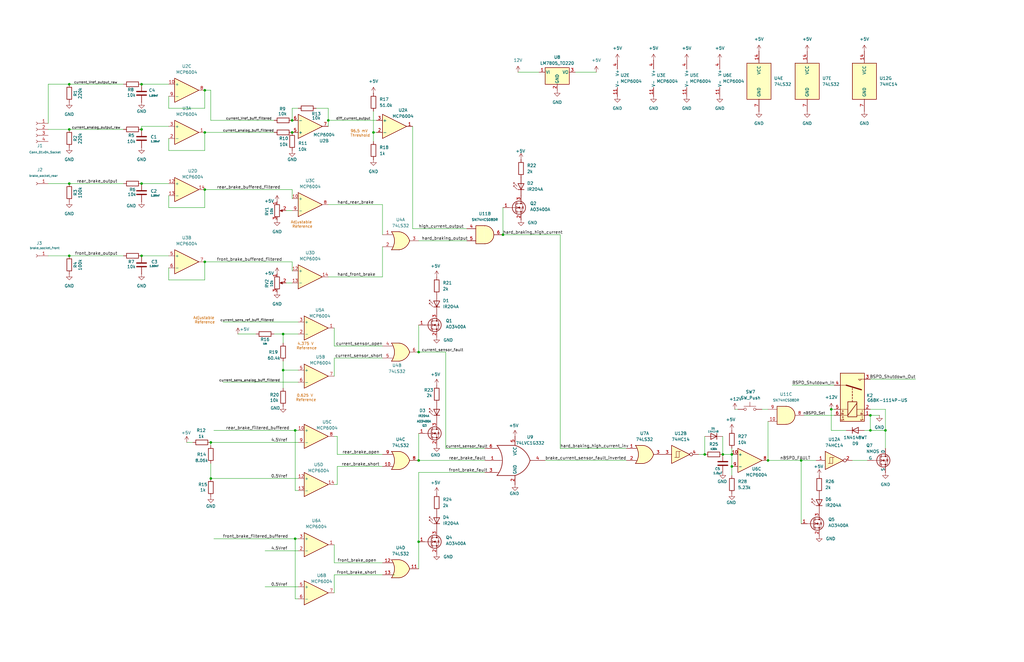
<source format=kicad_sch>
(kicad_sch (version 20250114) (generator "eeschema") (generator_version "9.0")
  (paper "B")
  (title_block (title "BSPD_Schematic"))
  (text "4.375 V \nReference\n\n" (at 129.286 147.066 0) (effects (font (size 1.143 1.143))))
  (text "0.625 V \nReference\n\n" (at 129.032 168.91 0) (effects (font (size 1.143 1.143))))
  (text "Adjustable \nReference\n\n" (at 86.36 136.144 0) (effects (font (size 1.143 1.143))))
  (text "Adjustable \nReference\n\n" (at 127.508 95.758 0) (effects (font (size 1.143 1.143))))
  (text "96.5 mV \nThreshold\n" (at 151.892 56.388 0) (effects (font (size 1.143 1.143))))
  (junction (at 176.53 194.31))
  (junction (at 88.9 201.93))
  (junction (at 308.61 196.85))
  (junction (at 119.38 156.21))
  (junction (at 176.53 148.59))
  (junction (at 297.18 191.77))
  (junction (at 88.9 186.69))
  (junction (at 367.03 175.26))
  (junction (at 176.53 228.6))
  (junction (at 29.21 107.95))
  (junction (at 124.46 227.33))
  (junction (at 59.69 77.47))
  (junction (at 123.19 55.88))
  (junction (at 337.82 194.31))
  (junction (at 323.85 194.31))
  (junction (at 212.09 99.06))
  (junction (at 373.38 181.61))
  (junction (at 59.69 35.56))
  (junction (at 138.43 50.8))
  (junction (at 86.36 110.49))
  (junction (at 119.38 140.97))
  (junction (at 86.36 38.1))
  (junction (at 367.03 181.61))
  (junction (at 29.21 35.56))
  (junction (at 304.8 191.77))
  (junction (at 157.48 55.88))
  (junction (at 123.19 50.8))
  (junction (at 29.21 54.61))
  (junction (at 29.21 77.47))
  (junction (at 59.69 54.61))
  (junction (at 86.36 55.88))
  (junction (at 124.46 181.61))
  (junction (at 350.52 172.72))
  (junction (at 59.69 107.95))
  (junction (at 308.61 191.77))
  (junction (at 86.36 80.01))
  (wire (pts (xy 161.29 146.05) (xy 140.97 146.05)))
  (wire (pts (xy 123.19 80.01) (xy 123.19 83.82)))
  (wire (pts (xy 157.48 46.99) (xy 157.48 55.88)))
  (wire (pts (xy 212.09 99.06) (xy 236.22 99.06)))
  (wire (pts (xy 176.53 137.16) (xy 176.53 148.59)))
  (wire (pts (xy 359.41 194.31) (xy 365.76 194.31)))
  (wire (pts (xy 71.12 113.03) (xy 71.12 118.11)))
  (wire (pts (xy 111.76 232.41) (xy 125.73 232.41)))
  (wire (pts (xy 309.88 172.72) (xy 311.15 172.72)))
  (wire (pts (xy 20.32 35.56) (xy 29.21 35.56)))
  (wire (pts (xy 140.97 158.75) (xy 140.97 151.13)))
  (wire (pts (xy 86.36 55.88) (xy 115.57 55.88)))
  (wire (pts (xy 59.69 53.34) (xy 71.12 53.34)))
  (wire (pts (xy 367.03 181.61) (xy 364.49 181.61)))
  (wire (pts (xy 140.97 184.15) (xy 142.24 184.15)))
  (wire (pts (xy 161.29 237.49) (xy 140.97 237.49)))
  (wire (pts (xy 142.24 204.47) (xy 140.97 204.47)))
  (wire (pts (xy 161.29 86.36) (xy 161.29 99.06)))
  (wire (pts (xy 124.46 207.01) (xy 125.73 207.01)))
  (wire (pts (xy 88.9 186.69) (xy 88.9 187.96)))
  (wire (pts (xy 212.09 87.63) (xy 212.09 99.06)))
  (wire (pts (xy 321.31 172.72) (xy 323.85 172.72)))
  (wire (pts (xy 138.43 50.8) (xy 158.75 50.8)))
  (wire (pts (xy 370.84 175.26) (xy 367.03 175.26)))
  (wire (pts (xy 308.61 191.77) (xy 308.61 196.85)))
  (wire (pts (xy 93.98 161.29) (xy 125.73 161.29)))
  (wire (pts (xy 173.99 53.34) (xy 173.99 96.52)))
  (wire (pts (xy 308.61 189.23) (xy 308.61 191.77)))
  (wire (pts (xy 308.61 196.85) (xy 308.61 200.66)))
  (wire (pts (xy 138.43 116.84) (xy 161.29 116.84)))
  (wire (pts (xy 120.65 88.9) (xy 123.19 88.9)))
  (wire (pts (xy 176.53 148.59) (xy 187.96 148.59)))
  (wire (pts (xy 86.36 45.72) (xy 86.36 38.1)))
  (wire (pts (xy 119.38 140.97) (xy 119.38 144.78)))
  (wire (pts (xy 176.53 199.39) (xy 176.53 228.6)))
  (wire (pts (xy 236.22 189.23) (xy 264.16 189.23)))
  (wire (pts (xy 59.69 54.61) (xy 59.69 53.34)))
  (wire (pts (xy 218.44 30.48) (xy 227.33 30.48)))
  (wire (pts (xy 297.18 184.15) (xy 297.18 191.77)))
  (wire (pts (xy 373.38 181.61) (xy 373.38 189.23)))
  (wire (pts (xy 86.36 55.88) (xy 86.36 63.5)))
  (wire (pts (xy 59.69 77.47) (xy 71.12 77.47)))
  (wire (pts (xy 351.79 175.26) (xy 339.09 175.26)))
  (wire (pts (xy 140.97 151.13) (xy 161.29 151.13)))
  (wire (pts (xy 334.01 162.56) (xy 351.79 162.56)))
  (wire (pts (xy 323.85 177.8) (xy 323.85 194.31)))
  (wire (pts (xy 157.48 55.88) (xy 158.75 55.88)))
  (wire (pts (xy 373.38 172.72) (xy 373.38 181.61)))
  (wire (pts (xy 337.82 194.31) (xy 344.17 194.31)))
  (wire (pts (xy 356.87 181.61) (xy 350.52 181.61)))
  (wire (pts (xy 29.21 35.56) (xy 52.07 35.56)))
  (wire (pts (xy 124.46 181.61) (xy 124.46 207.01)))
  (wire (pts (xy 373.38 181.61) (xy 367.03 181.61)))
  (wire (pts (xy 20.32 107.95) (xy 29.21 107.95)))
  (wire (pts (xy 119.38 156.21) (xy 125.73 156.21)))
  (wire (pts (xy 111.76 247.65) (xy 125.73 247.65)))
  (wire (pts (xy 86.36 80.01) (xy 123.19 80.01)))
  (wire (pts (xy 187.96 189.23) (xy 204.47 189.23)))
  (wire (pts (xy 304.8 191.77) (xy 308.61 191.77)))
  (wire (pts (xy 119.38 140.97) (xy 125.73 140.97)))
  (wire (pts (xy 125.73 45.72) (xy 123.19 45.72)))
  (wire (pts (xy 350.52 172.72) (xy 350.52 181.61)))
  (wire (pts (xy 115.57 140.97) (xy 119.38 140.97)))
  (wire (pts (xy 176.53 228.6) (xy 176.53 240.03)))
  (wire (pts (xy 304.8 184.15) (xy 304.8 191.77)))
  (wire (pts (xy 165.1 242.57) (xy 166.37 242.57)))
  (wire (pts (xy 71.12 87.63) (xy 86.36 87.63)))
  (wire (pts (xy 140.97 242.57) (xy 140.97 250.19)))
  (wire (pts (xy 119.38 152.4) (xy 119.38 156.21)))
  (wire (pts (xy 176.53 101.6) (xy 196.85 101.6)))
  (wire (pts (xy 140.97 242.57) (xy 161.29 242.57)))
  (wire (pts (xy 71.12 82.55) (xy 71.12 87.63)))
  (wire (pts (xy 138.43 45.72) (xy 133.35 45.72)))
  (wire (pts (xy 142.24 184.15) (xy 142.24 191.77)))
  (wire (pts (xy 123.19 45.72) (xy 123.19 50.8)))
  (wire (pts (xy 337.82 194.31) (xy 337.82 220.98)))
  (wire (pts (xy 323.85 194.31) (xy 337.82 194.31)))
  (wire (pts (xy 29.21 54.61) (xy 52.07 54.61)))
  (wire (pts (xy 142.24 196.85) (xy 161.29 196.85)))
  (wire (pts (xy 173.99 96.52) (xy 196.85 96.52)))
  (wire (pts (xy 88.9 50.8) (xy 88.9 38.1)))
  (wire (pts (xy 71.12 118.11) (xy 86.36 118.11)))
  (wire (pts (xy 161.29 116.84) (xy 161.29 104.14)))
  (wire (pts (xy 120.65 119.38) (xy 123.19 119.38)))
  (wire (pts (xy 20.32 35.56) (xy 20.32 52.07)))
  (wire (pts (xy 157.48 55.88) (xy 157.48 59.69)))
  (wire (pts (xy 90.17 227.33) (xy 124.46 227.33)))
  (wire (pts (xy 86.36 110.49) (xy 86.36 118.11)))
  (wire (pts (xy 229.87 194.31) (xy 264.16 194.31)))
  (wire (pts (xy 29.21 107.95) (xy 52.07 107.95)))
  (wire (pts (xy 71.12 45.72) (xy 86.36 45.72)))
  (wire (pts (xy 140.97 146.05) (xy 140.97 138.43)))
  (wire (pts (xy 88.9 186.69) (xy 125.73 186.69)))
  (wire (pts (xy 88.9 201.93) (xy 125.73 201.93)))
  (wire (pts (xy 20.32 54.61) (xy 29.21 54.61)))
  (wire (pts (xy 373.38 172.72) (xy 367.03 172.72)))
  (wire (pts (xy 93.98 135.89) (xy 125.73 135.89)))
  (wire (pts (xy 86.36 38.1) (xy 88.9 38.1)))
  (wire (pts (xy 86.36 80.01) (xy 86.36 87.63)))
  (wire (pts (xy 138.43 50.8) (xy 138.43 45.72)))
  (wire (pts (xy 71.12 58.42) (xy 71.12 63.5)))
  (wire (pts (xy 350.52 172.72) (xy 351.79 172.72)))
  (wire (pts (xy 176.53 199.39) (xy 204.47 199.39)))
  (wire (pts (xy 367.03 175.26) (xy 367.03 181.61)))
  (wire (pts (xy 124.46 181.61) (xy 125.73 181.61)))
  (wire (pts (xy 78.74 186.69) (xy 81.28 186.69)))
  (wire (pts (xy 236.22 99.06) (xy 236.22 189.23)))
  (wire (pts (xy 90.17 181.61) (xy 124.46 181.61)))
  (wire (pts (xy 71.12 40.64) (xy 71.12 45.72)))
  (wire (pts (xy 59.69 107.95) (xy 71.12 107.95)))
  (wire (pts (xy 138.43 86.36) (xy 161.29 86.36)))
  (wire (pts (xy 176.53 194.31) (xy 176.53 182.88)))
  (wire (pts (xy 88.9 50.8) (xy 115.57 50.8)))
  (wire (pts (xy 100.33 140.97) (xy 107.95 140.97)))
  (wire (pts (xy 29.21 77.47) (xy 52.07 77.47)))
  (wire (pts (xy 242.57 30.48) (xy 251.46 30.48)))
  (wire (pts (xy 161.29 191.77) (xy 142.24 191.77)))
  (wire (pts (xy 187.96 148.59) (xy 187.96 189.23)))
  (wire (pts (xy 124.46 227.33) (xy 124.46 252.73)))
  (wire (pts (xy 142.24 196.85) (xy 142.24 204.47)))
  (wire (pts (xy 86.36 110.49) (xy 123.19 110.49)))
  (wire (pts (xy 123.19 110.49) (xy 123.19 114.3)))
  (wire (pts (xy 294.64 191.77) (xy 297.18 191.77)))
  (wire (pts (xy 140.97 229.87) (xy 140.97 237.49)))
  (wire (pts (xy 71.12 63.5) (xy 86.36 63.5)))
  (wire (pts (xy 386.08 160.02) (xy 367.03 160.02)))
  (wire (pts (xy 138.43 50.8) (xy 138.43 53.34)))
  (wire (pts (xy 59.69 35.56) (xy 71.12 35.56)))
  (wire (pts (xy 88.9 195.58) (xy 88.9 201.93)))
  (wire (pts (xy 20.32 77.47) (xy 29.21 77.47)))
  (wire (pts (xy 176.53 194.31) (xy 204.47 194.31)))
  (wire (pts (xy 124.46 227.33) (xy 125.73 227.33)))
  (wire (pts (xy 119.38 156.21) (xy 119.38 163.83)))
  (wire (pts (xy 124.46 252.73) (xy 125.73 252.73)))
  (label "front_brake_short" (at 158.75 242.57 180))
  (label "nBSPD_Set" (at 347.98 175.26 180) (effects (font (size 1.143 1.143))))
  (label "front_brake_fault" (at 189.23 199.39 0))
  (label "4.5Vref" (at 114.3 186.69 0))
  (label "nBSPD_FAULT" (at 328.93 194.31 0))
  (label "hard_front_brake" (at 142.24 116.84 0))
  (label "current_analog_output_raw" (at 50.8 54.61 180) (effects (font (size 1.016 1.016))))
  (label "current_sens_analog_buff_filtered" (at 118.11 161.29 180) (effects (font (size 1.016 1.016))))
  (label "rear_brake_filtered_buffered" (at 95.25 181.61 0))
  (label "brake_current_sensor_fault_inverted" (at 229.87 194.31 0))
  (label "hard_braking_high_current_inv" (at 236.22 189.23 0))
  (label "rear_brake_fault" (at 189.23 194.31 0))
  (label "current_sensor_fault" (at 187.96 189.23 0) (effects (font (size 1.143 1.143))))
  (label "current_Vref_output_raw" (at 49.53 35.56 180) (effects (font (size 1.016 1.016))))
  (label "BSPD_Shutdown_Out" (at 386.08 160.02 180))
  (label "rear_brake_short" (at 160.02 196.85 180))
  (label "current_sensor_open" (at 161.29 146.05 180))
  (label "4.5Vref" (at 114.3 232.41 0))
  (label "current_sensor_short" (at 161.29 151.13 180))
  (label "current_sensor_fault" (at 177.8 148.59 0) (effects (font (size 1.143 1.143))))
  (label "diff_current_output" (at 156.21 50.8 180) (effects (font (size 1.016 1.016))))
  (label "rear_brake_open" (at 160.02 191.77 180))
  (label "hard_rear_brake" (at 142.24 86.36 0))
  (label "hard_braking_output" (at 177.8 101.6 0))
  (label "current_sens_ref_buff_filtered" (at 115.57 135.89 180) (effects (font (size 1.016 1.016))))
  (label "BSPD_Shutdown_In" (at 334.01 162.56 0))
  (label "rear_brake_buffered_filtered" (at 91.44 80.01 0))
  (label "current_Vref_buff_filtered" (at 95.25 50.8 0) (effects (font (size 1.016 1.016))))
  (label "current_analog_buff_filtered" (at 93.98 55.88 0) (effects (font (size 1.016 1.016))))
  (label "hard_braking_high_current" (at 212.09 99.06 0))
  (label "rear_brake_output" (at 49.53 77.47 180))
  (label "0.5Vref" (at 114.3 247.65 0))
  (label "0.5Vref" (at 114.3 201.93 0))
  (label "front_brake_open" (at 158.75 237.49 180))
  (label "front_brake_filtered_buffered" (at 93.98 227.33 0))
  (label "high_current_output" (at 176.53 96.52 0))
  (label "front_brake_buffered_filtered" (at 91.44 110.49 0))
  (label "front_brake_output" (at 49.53 107.95 180))
  (symbol (lib_id "power:GND") (at 364.49 46.99 0) (unit 1)
    (property "Reference" "#PWR036" (effects (hide yes)))
    (property "Value" "GND" (at 364.49 52.07 0))
    (property "Description" "Power symbol creates a global label with name \"GND\" , ground" (effects (hide yes)))
  )
  (symbol (lib_id "power:GND") (at 123.19 63.5 0) (unit 1)
    (property "Reference" "#PWR014" (effects (hide yes)))
    (property "Value" "GND" (at 123.19 67.31 0))
    (property "Description" "Power symbol creates a global label with name \"GND\" , ground" (effects (hide yes)))
  )
  (symbol (lib_id "Device:R") (at 119.38 55.88 90) (unit 1)
    (property "Reference" "R10" (at 119.634 58.42 90))
    (property "Value" "10k" (at 119.634 60.96 90))
    (property "Description" "Resistor" (effects (hide yes)))
  )
  (symbol (lib_id "power:+5V") (at 308.61 181.61 0) (unit 1)
    (property "Reference" "#PWR050" (effects (hide yes)))
    (property "Value" "+5V" (at 308.102 177.038 0))
    (property "Description" "Power symbol creates a global label with name \"+5V\"" (effects (hide yes)))
  )
  (symbol (lib_id "power:+5V") (at 251.46 30.48 0) (unit 1)
    (property "Reference" "#PWR032" (effects (hide yes)))
    (property "Value" "+5V" (at 251.46 25.4 0))
    (property "Description" "Power symbol creates a global label with name \"+5V\"" (effects (hide yes)))
  )
  (symbol (lib_id "Device:R") (at 345.44 204.47 180) (unit 1)
    (property "Reference" "R26" (at 347.98 203.1999 0) (effects (justify right)))
    (property "Value" "2k" (at 347.98 205.7399 0) (effects (justify right)))
    (property "Description" "Resistor" (effects (hide yes)))
  )
  (symbol (lib_id "power:GND") (at 340.36 46.99 0) (unit 1)
    (property "Reference" "#PWR021" (effects (hide yes)))
    (property "Value" "GND" (at 340.36 52.07 0))
    (property "Description" "Power symbol creates a global label with name \"GND\" , ground" (effects (hide yes)))
  )
  (symbol (lib_id "Device:C") (at 59.69 39.37 0) (unit 1)
    (property "Reference" "C4" (at 62.738 38.1 0) (effects (justify left)))
    (property "Value" "1.59nF" (at 62.738 40.386 0) (effects (font (size 0.762 0.762)) (justify left)))
    (property "Description" "Unpolarized capacitor" (effects (hide yes)))
  )
  (symbol (lib_id "power:+5V") (at 184.15 208.28 0) (unit 1)
    (property "Reference" "#PWR029" (effects (hide yes)))
    (property "Value" "+5V" (at 183.642 203.708 0))
    (property "Description" "Power symbol creates a global label with name \"+5V\"" (effects (hide yes)))
  )
  (symbol (lib_id "Amplifier_Operational:MCP6004") (at 133.35 229.87 0) (unit 1)
    (property "Reference" "U6" (at 133.35 219.71 0))
    (property "Value" "MCP6004" (at 133.35 222.25 0))
    (property "Datasheet" "http://ww1.microchip.com/downloads/en/DeviceDoc/21733j.pdf" (effects (hide yes)))
    (property "Description" "1MHz, Low-Power Op Amp, DIP-14/SOIC-14/TSSOP-14" (effects (hide yes)))
  )
  (symbol (lib_id "Amplifier_Operational:MCP6004") (at 133.35 250.19 0) (unit 2)
    (property "Reference" "U6" (at 135.636 242.824 0))
    (property "Value" "MCP6004" (at 135.636 245.364 0))
    (property "Datasheet" "http://ww1.microchip.com/downloads/en/DeviceDoc/21733j.pdf" (effects (hide yes)))
    (property "Description" "1MHz, Low-Power Op Amp, DIP-14/SOIC-14/TSSOP-14" (effects (hide yes)))
  )
  (symbol (lib_id "Device:C") (at 304.8 195.58 0) (unit 1)
    (property "Reference" "C5" (at 301.498 197.866 0) (effects (font (size 1.016 1.016)) (justify left)))
    (property "Value" "1.0μF" (at 300.736 199.644 0) (effects (font (size 0.889 0.889)) (justify left)))
    (property "Description" "Unpolarized capacitor" (effects (hide yes)))
  )
  (symbol (lib_id "power:+5V") (at 289.56 25.4 0) (unit 1)
    (property "Reference" "#PWR048" (effects (hide yes)))
    (property "Value" "+5V" (at 289.56 20.32 0))
    (property "Description" "Power symbol creates a global label with name \"+5V\"" (effects (hide yes)))
  )
  (symbol (lib_id "Device:R") (at 184.15 120.65 180) (unit 1)
    (property "Reference" "R21" (at 186.69 119.3799 0) (effects (justify right)))
    (property "Value" "2k" (at 186.69 121.9199 0) (effects (justify right)))
    (property "Description" "Resistor" (effects (hide yes)))
  )
  (symbol (lib_id "power:GND") (at 116.84 123.19 0) (unit 1)
    (property "Reference" "#PWR012" (effects (hide yes)))
    (property "Value" "GND" (at 116.84 128.27 0))
    (property "Description" "Power symbol creates a global label with name \"GND\" , ground" (effects (hide yes)))
  )
  (symbol (lib_id "74xx:74HC14") (at 351.79 194.31 0) (unit 1)
    (property "Reference" "U12" (at 351.79 185.42 0))
    (property "Value" "74HC14" (at 351.79 187.96 0))
    (property "Datasheet" "http://www.ti.com/lit/gpn/sn74HC14" (effects (hide yes)))
    (property "Description" "Hex inverter schmitt trigger" (effects (hide yes)))
  )
  (symbol (lib_id "74xx:74HC14") (at 364.49 34.29 0) (unit 7)
    (property "Reference" "U12" (at 370.84 33.0199 0) (effects (justify left)))
    (property "Value" "74HC14" (at 370.84 35.5599 0) (effects (justify left)))
    (property "Datasheet" "http://www.ti.com/lit/gpn/sn74HC14" (effects (hide yes)))
    (property "Description" "Hex inverter schmitt trigger" (effects (hide yes)))
  )
  (symbol (lib_id "74xx:74HC14") (at 287.02 191.77 0) (unit 2)
    (property "Reference" "U12" (at 287.02 182.88 0))
    (property "Value" "74HC14" (at 287.02 185.42 0))
    (property "Datasheet" "http://www.ti.com/lit/gpn/sn74HC14" (effects (hide yes)))
    (property "Description" "Hex inverter schmitt trigger" (effects (hide yes)))
  )
  (symbol (lib_id "Device:R_Potentiometer") (at 116.84 88.9 0) (unit 1)
    (property "Reference" "RV1" (at 112.522 89.154 90))
    (property "Value" "10k" (at 114.554 89.154 90) (effects (font (size 1.016 1.016))))
    (property "Description" "Potentiometer" (effects (hide yes)))
  )
  (symbol (lib_id "LED:IR204A") (at 184.15 127 90) (unit 1)
    (property "Reference" "D1" (at 186.69 126.8729 90) (effects (justify right)))
    (property "Value" "IR204A" (at 186.69 129.4129 90) (effects (justify right)))
    (property "Footprint" "LED_THT:LED_D3.0mm_IRBlack" (effects (hide yes)))
    (property "Datasheet" "http://www.everlight.com/file/ProductFile/IR204-A.pdf" (effects (hide yes)))
    (property "Description" "Infrared LED , 3mm LED package" (effects (hide yes)))
  )
  (symbol (lib_id "power:GND") (at 260.35 40.64 0) (unit 1)
    (property "Reference" "#PWR042" (effects (hide yes)))
    (property "Value" "GND" (at 260.35 45.72 0))
    (property "Description" "Power symbol creates a global label with name \"GND\" , ground" (effects (hide yes)))
  )
  (symbol (lib_id "power:GND") (at 184.15 142.24 0) (unit 1)
    (property "Reference" "#PWR024" (effects (hide yes)))
    (property "Value" "GND" (at 188.976 143.51 0))
    (property "Description" "Power symbol creates a global label with name \"GND\" , ground" (effects (hide yes)))
  )
  (symbol (lib_id "power:+5V") (at 275.59 25.4 0) (unit 1)
    (property "Reference" "#PWR043" (effects (hide yes)))
    (property "Value" "+5V" (at 275.59 20.32 0))
    (property "Description" "Power symbol creates a global label with name \"+5V\"" (effects (hide yes)))
  )
  (symbol (lib_id "Device:R") (at 184.15 166.37 180) (unit 1)
    (property "Reference" "R23" (at 178.816 164.592 0) (effects (justify right)))
    (property "Value" "2k" (at 179.832 166.878 0) (effects (justify right)))
    (property "Description" "Resistor" (effects (hide yes)))
  )
  (symbol (lib_id "power:GND") (at 29.21 115.57 0) (unit 1)
    (property "Reference" "#PWR04" (effects (hide yes)))
    (property "Value" "GND" (at 29.21 120.65 0))
    (property "Description" "Power symbol creates a global label with name \"GND\" , ground" (effects (hide yes)))
  )
  (symbol (lib_id "Device:R") (at 29.21 81.28 180) (unit 1)
    (property "Reference" "R3" (at 31.75 81.28 90))
    (property "Value" "100k" (at 33.782 81.28 90))
    (property "Description" "Resistor" (effects (hide yes)))
  )
  (symbol (lib_id "power:GND") (at 345.44 226.06 0) (unit 1)
    (property "Reference" "#PWR046" (effects (hide yes)))
    (property "Value" "GND" (at 350.266 227.33 0))
    (property "Description" "Power symbol creates a global label with name \"GND\" , ground" (effects (hide yes)))
  )
  (symbol (lib_id "Transistor_FET:AO3400A") (at 181.61 137.16 0) (unit 1)
    (property "Reference" "Q1" (at 187.96 135.382 0) (effects (justify left)))
    (property "Value" "AO3400A" (at 187.96 137.922 0) (effects (justify left)))
    (property "Footprint" "Package_TO_SOT_SMD:SOT-23" (effects (hide yes)))
    (property "Datasheet" "http://www.aosmd.com/pdfs/datasheet/AO3400A.pdf" (effects (hide yes)))
    (property "Description" "30V Vds, 5.7A Id, N-Channel MOSFET, SOT-23" (effects (hide yes)))
  )
  (symbol (lib_id "Device:R") (at 184.15 212.09 180) (unit 1)
    (property "Reference" "R24" (at 186.69 210.8199 0) (effects (justify right)))
    (property "Value" "2k" (at 186.69 213.3599 0) (effects (justify right)))
    (property "Description" "Resistor" (effects (hide yes)))
  )
  (symbol (lib_id "power:+5V") (at 303.53 25.4 0) (unit 1)
    (property "Reference" "#PWR052" (effects (hide yes)))
    (property "Value" "+5V" (at 303.53 20.32 0))
    (property "Description" "Power symbol creates a global label with name \"+5V\"" (effects (hide yes)))
  )
  (symbol (lib_id "power:+5V") (at 217.17 184.15 0) (unit 1)
    (property "Reference" "#PWR033" (effects (hide yes)))
    (property "Value" "+5V" (at 216.662 179.578 0))
    (property "Description" "Power symbol creates a global label with name \"+5V\"" (effects (hide yes)))
  )
  (symbol (lib_id "power:GND") (at 29.21 85.09 0) (unit 1)
    (property "Reference" "#PWR03" (effects (hide yes)))
    (property "Value" "GND" (at 29.21 90.17 0))
    (property "Description" "Power symbol creates a global label with name \"GND\" , ground" (effects (hide yes)))
  )
  (symbol (lib_id "Device:R") (at 308.61 185.42 180) (unit 1)
    (property "Reference" "R27" (at 311.15 184.1499 0) (effects (justify right)))
    (property "Value" "10k" (at 311.15 186.6899 0) (effects (justify right)))
    (property "Description" "Resistor" (effects (hide yes)))
  )
  (symbol (lib_id "power:GND") (at 217.17 204.47 0) (unit 1)
    (property "Reference" "#PWR034" (effects (hide yes)))
    (property "Value" "GND" (at 216.916 208.28 0))
    (property "Description" "Power symbol creates a global label with name \"GND\" , ground" (effects (hide yes)))
  )
  (symbol (lib_id "power:+5V") (at 116.84 115.57 0) (unit 1)
    (property "Reference" "#PWR011" (effects (hide yes)))
    (property "Value" "+5V" (at 113.538 115.316 0))
    (property "Description" "Power symbol creates a global label with name \"+5V\"" (effects (hide yes)))
  )
  (symbol (lib_id "Device:R") (at 88.9 205.74 0) (unit 1)
    (property "Reference" "R15" (at 83.566 204.47 0) (effects (justify left)))
    (property "Value" "1k" (at 84.328 206.756 0) (effects (justify left)))
    (property "Description" "Resistor" (effects (hide yes)))
  )
  (symbol (lib_id "Diode:1N4148WT") (at 360.68 181.61 0) (unit 1)
    (property "Reference" "D9" (at 360.68 187.198 0))
    (property "Value" "1N4148WT" (at 360.68 184.658 0))
    (property "Footprint" "Diode_SMD:D_SOD-523" (effects (hide yes)))
    (property "Datasheet" "https://www.diodes.com/assets/Datasheets/ds30396.pdf" (effects (hide yes)))
    (property "Description" "75V 0.15A Fast switching Diode, SOD-523" (effects (hide yes)))
    (property "Sim.Device" "D" (effects (hide yes)))
    (property "Sim.Pins" "1=K 2=A" (effects (hide yes)))
  )
  (symbol (lib_id "power:+5V") (at 345.44 200.66 0) (unit 1)
    (property "Reference" "#PWR045" (effects (hide yes)))
    (property "Value" "+5V" (at 345.186 196.85 0))
    (property "Description" "Power symbol creates a global label with name \"+5V\"" (effects (hide yes)))
  )
  (symbol (lib_id "power:GND") (at 59.69 115.57 0) (unit 1)
    (property "Reference" "#PWR07" (effects (hide yes)))
    (property "Value" "GND" (at 59.69 120.65 0))
    (property "Description" "Power symbol creates a global label with name \"GND\" , ground" (effects (hide yes)))
  )
  (symbol (lib_id "Device:R") (at 29.21 111.76 180) (unit 1)
    (property "Reference" "R4" (at 31.75 111.76 90))
    (property "Value" "100k" (at 33.782 111.76 90))
    (property "Description" "Resistor" (effects (hide yes)))
  )
  (symbol (lib_id "power:+5V") (at 100.33 140.97 0) (unit 1)
    (property "Reference" "#PWR016" (effects (hide yes)))
    (property "Value" "+5V" (at 103.124 138.938 0))
    (property "Description" "Power symbol creates a global label with name \"+5V\"" (effects (hide yes)))
  )
  (symbol (lib_id "1FS_2_Global_Symbol_Library:G6BK-1114P-US") (at 359.41 163.83 0) (mirror x) (unit 1)
    (property "Reference" "K2" (at 366.776 166.878 0))
    (property "Value" "G6BK-1114P-US" (at 374.142 168.91 0))
    (property "Footprint" "FS_3_Global_Footprint_Library:RELAY_G6BK-1114P-US_OMR" (effects (hide yes)))
    (property "Description" "Omron G6BK-1114P-US Latching Relay." (effects (hide yes)))
  )
  (symbol (lib_id "power:+5V") (at 116.84 85.09 0) (unit 1)
    (property "Reference" "#PWR09" (effects (hide yes)))
    (property "Value" "+5V" (at 113.538 84.836 0))
    (property "Description" "Power symbol creates a global label with name \"+5V\"" (effects (hide yes)))
  )
  (symbol (lib_id "power:GND") (at 119.38 171.45 0) (unit 1)
    (property "Reference" "#PWR019" (effects (hide yes)))
    (property "Value" "GND" (at 116.078 172.212 0))
    (property "Description" "Power symbol creates a global label with name \"GND\" , ground" (effects (hide yes)))
  )
  (symbol (lib_id "power:GND") (at 88.9 209.55 0) (unit 1)
    (property "Reference" "#PWR015" (effects (hide yes)))
    (property "Value" "GND" (at 88.9 213.614 0))
    (property "Description" "Power symbol creates a global label with name \"GND\" , ground" (effects (hide yes)))
  )
  (symbol (lib_id "Device:R") (at 308.61 204.47 180) (unit 1)
    (property "Reference" "R28" (at 311.15 203.1999 0) (effects (justify right)))
    (property "Value" "5.23k" (at 311.15 205.7399 0) (effects (justify right)))
    (property "Description" "Resistor" (effects (hide yes)))
  )
  (symbol (lib_id "power:GND") (at 308.61 208.28 0) (unit 1)
    (property "Reference" "#PWR051" (effects (hide yes)))
    (property "Value" "GND" (at 308.356 212.09 0))
    (property "Description" "Power symbol creates a global label with name \"GND\" , ground" (effects (hide yes)))
  )
  (symbol (lib_id "Device:R") (at 123.19 59.69 180) (unit 1)
    (property "Reference" "R11" (at 125.73 60.452 0) (effects (justify right)))
    (property "Value" "10k" (at 125.73 62.992 0) (effects (justify right)))
    (property "Description" "Resistor" (effects (hide yes)))
  )
  (symbol (lib_id "Transistor_FET:AO3400A") (at 217.17 87.63 0) (unit 1)
    (property "Reference" "Q2" (at 223.52 85.852 0) (effects (justify left)))
    (property "Value" "AO3400A" (at 223.52 88.392 0) (effects (justify left)))
    (property "Footprint" "Package_TO_SOT_SMD:SOT-23" (effects (hide yes)))
    (property "Datasheet" "http://www.aosmd.com/pdfs/datasheet/AO3400A.pdf" (effects (hide yes)))
    (property "Description" "30V Vds, 5.7A Id, N-Channel MOSFET, SOT-23" (effects (hide yes)))
  )
  (symbol (lib_id "Device:R") (at 157.48 43.18 180) (unit 1)
    (property "Reference" "R17" (at 160.02 41.9099 0) (effects (justify right)))
    (property "Value" "51.0k" (at 160.02 44.4499 0) (effects (justify right)))
    (property "Description" "Resistor" (effects (hide yes)))
  )
  (symbol (lib_id "power:GND") (at 29.21 62.23 0) (unit 1)
    (property "Reference" "#PWR02" (effects (hide yes)))
    (property "Value" "GND" (at 29.21 67.31 0))
    (property "Description" "Power symbol creates a global label with name \"GND\" , ground" (effects (hide yes)))
  )
  (symbol (lib_id "power:GND") (at 234.95 38.1 0) (unit 1)
    (property "Reference" "#PWR031" (effects (hide yes)))
    (property "Value" "GND" (at 234.95 43.18 0))
    (property "Description" "Power symbol creates a global label with name \"GND\" , ground" (effects (hide yes)))
  )
  (symbol (lib_id "Connector:Conn_01x01_Socket") (at 15.24 107.95 0) (mirror y) (unit 1)
    (property "Reference" "J3" (at 17.78 102.616 0) (effects (justify left)))
    (property "Value" "brake_socket_front" (at 25.146 104.648 0) (effects (font (size 0.889 0.889)) (justify left)))
    (property "Description" "Generic connector, single row, 01x01, script generated" (effects (hide yes)))
  )
  (symbol (lib_id "Amplifier_Operational:MCP6004") (at 316.23 194.31 0) (unit 3)
    (property "Reference" "U6" (at 319.024 197.866 0))
    (property "Value" "MCP6004" (at 319.024 200.406 0))
    (property "Datasheet" "http://ww1.microchip.com/downloads/en/DeviceDoc/21733j.pdf" (effects (hide yes)))
    (property "Description" "1MHz, Low-Power Op Amp, DIP-14/SOIC-14/TSSOP-14" (effects (hide yes)))
  )
  (symbol (lib_id "Device:R") (at 219.71 71.12 180) (unit 1)
    (property "Reference" "R22" (at 222.25 69.8499 0) (effects (justify right)))
    (property "Value" "2k" (at 222.25 72.3899 0) (effects (justify right)))
    (property "Description" "Resistor" (effects (hide yes)))
  )
  (symbol (lib_id "Switch:SW_Push") (at 316.23 172.72 0) (mirror y) (unit 1)
    (property "Reference" "SW7" (at 316.484 165.354 0))
    (property "Value" "SW_Push" (at 316.484 167.894 0))
    (property "Description" "Push button switch, generic, two pins" (effects (hide yes)))
  )
  (symbol (lib_id "power:GND") (at 59.69 85.09 0) (unit 1)
    (property "Reference" "#PWR06" (effects (hide yes)))
    (property "Value" "GND" (at 55.372 86.868 0))
    (property "Description" "Power symbol creates a global label with name \"GND\" , ground" (effects (hide yes)))
  )
  (symbol (lib_id "power:GND") (at 275.59 40.64 0) (unit 1)
    (property "Reference" "#PWR044" (effects (hide yes)))
    (property "Value" "GND" (at 275.59 45.72 0))
    (property "Description" "Power symbol creates a global label with name \"GND\" , ground" (effects (hide yes)))
  )
  (symbol (lib_id "LED:IR204A") (at 345.44 210.82 90) (unit 1)
    (property "Reference" "D6" (at 347.98 210.6929 90) (effects (justify right)))
    (property "Value" "IR204A" (at 347.98 213.2329 90) (effects (justify right)))
    (property "Footprint" "LED_THT:LED_D3.0mm_IRBlack" (effects (hide yes)))
    (property "Datasheet" "http://www.everlight.com/file/ProductFile/IR204-A.pdf" (effects (hide yes)))
    (property "Description" "Infrared LED , 3mm LED package" (effects (hide yes)))
  )
  (symbol (lib_id "LED:IR204A") (at 219.71 77.47 90) (unit 1)
    (property "Reference" "D2" (at 222.25 77.3429 90) (effects (justify right)))
    (property "Value" "IR204A" (at 222.25 79.8829 90) (effects (justify right)))
    (property "Footprint" "LED_THT:LED_D3.0mm_IRBlack" (effects (hide yes)))
    (property "Datasheet" "http://www.everlight.com/file/ProductFile/IR204-A.pdf" (effects (hide yes)))
    (property "Description" "Infrared LED , 3mm LED package" (effects (hide yes)))
  )
  (symbol (lib_id "Device:C") (at 59.69 81.28 0) (unit 1)
    (property "Reference" "C2" (at 63.5 80.6449 0) (effects (justify left)))
    (property "Value" "1.59nF" (at 63.5 82.55 0) (effects (font (size 0.762 0.762)) (justify left)))
    (property "Description" "Unpolarized capacitor" (effects (hide yes)))
  )
  (symbol (lib_id "Transistor_FET:AO3400A") (at 181.61 228.6 0) (unit 1)
    (property "Reference" "Q4" (at 187.96 226.822 0) (effects (justify left)))
    (property "Value" "AO3400A" (at 187.96 229.362 0) (effects (justify left)))
    (property "Footprint" "Package_TO_SOT_SMD:SOT-23" (effects (hide yes)))
    (property "Datasheet" "http://www.aosmd.com/pdfs/datasheet/AO3400A.pdf" (effects (hide yes)))
    (property "Description" "30V Vds, 5.7A Id, N-Channel MOSFET, SOT-23" (effects (hide yes)))
  )
  (symbol (lib_id "power:GND") (at 59.69 62.23 0) (unit 1)
    (property "Reference" "#PWR05" (effects (hide yes)))
    (property "Value" "GND" (at 59.69 67.31 0))
    (property "Description" "Power symbol creates a global label with name \"GND\" , ground" (effects (hide yes)))
  )
  (symbol (lib_id "power:+5V") (at 184.15 116.84 0) (unit 1)
    (property "Reference" "#PWR023" (effects (hide yes)))
    (property "Value" "+5V" (at 183.642 112.268 0))
    (property "Description" "Power symbol creates a global label with name \"+5V\"" (effects (hide yes)))
  )
  (symbol (lib_id "LED:IR204A") (at 184.15 218.44 90) (unit 1)
    (property "Reference" "D4" (at 186.69 218.3129 90) (effects (justify right)))
    (property "Value" "IR204A" (at 186.69 220.8529 90) (effects (justify right)))
    (property "Footprint" "LED_THT:LED_D3.0mm_IRBlack" (effects (hide yes)))
    (property "Datasheet" "http://www.everlight.com/file/ProductFile/IR204-A.pdf" (effects (hide yes)))
    (property "Description" "Infrared LED , 3mm LED package" (effects (hide yes)))
  )
  (symbol (lib_id "power:+BATT") (at 218.44 30.48 0) (unit 1)
    (property "Reference" "#PWR022" (effects (hide yes)))
    (property "Value" "12V" (at 218.44 25.4 0))
    (property "Description" "Power symbol creates a global label with name \"+BATT\"" (effects (hide yes)))
  )
  (symbol (lib_id "Device:C") (at 59.69 58.42 0) (unit 1)
    (property "Reference" "C1" (at 63.5 57.7849 0) (effects (justify left)))
    (property "Value" "1.59nF" (at 63.5 59.69 0) (effects (font (size 0.762 0.762)) (justify left)))
    (property "Description" "Unpolarized capacitor" (effects (hide yes)))
  )
  (symbol (lib_id "power:+12V") (at 309.88 172.72 0) (mirror y) (unit 1)
    (property "Reference" "#PWR061" (effects (hide yes)))
    (property "Value" "+12V" (at 310.134 168.402 0))
    (property "Description" "Power symbol creates a global label with name \"+12V\"" (effects (hide yes)))
  )
  (symbol (lib_id "Device:R") (at 55.88 54.61 90) (unit 1)
    (property "Reference" "R5" (at 55.372 57.15 90))
    (property "Value" "10k" (at 55.372 59.69 90))
    (property "Description" "Resistor" (effects (hide yes)))
  )
  (symbol (lib_id "Amplifier_Operational:MCP6004") (at 306.07 33.02 0) (unit 5)
    (property "Reference" "U6" (at 304.8 31.7499 0) (effects (justify left)))
    (property "Value" "MCP6004" (at 304.8 34.2899 0) (effects (justify left)))
    (property "Datasheet" "http://ww1.microchip.com/downloads/en/DeviceDoc/21733j.pdf" (effects (hide yes)))
    (property "Description" "1MHz, Low-Power Op Amp, DIP-14/SOIC-14/TSSOP-14" (effects (hide yes)))
  )
  (symbol (lib_id "74xx:74LS32") (at 168.91 101.6 0) (unit 1)
    (property "Reference" "U4" (at 168.91 92.71 0))
    (property "Value" "74LS32" (at 168.91 95.25 0))
    (property "Datasheet" "http://www.ti.com/lit/gpn/sn74LS32" (effects (hide yes)))
    (property "Description" "Quad 2-input OR" (effects (hide yes)))
  )
  (symbol (lib_id "74xx:74LS32") (at 168.91 148.59 0) (unit 2)
    (property "Reference" "U4" (at 167.386 154.178 0))
    (property "Value" "74LS32" (at 167.386 156.718 0))
    (property "Datasheet" "http://www.ti.com/lit/gpn/sn74LS32" (effects (hide yes)))
    (property "Description" "Quad 2-input OR" (effects (hide yes)))
  )
  (symbol (lib_id "74xx:74LS32") (at 168.91 194.31 0) (unit 3)
    (property "Reference" "U4" (at 168.91 185.42 0))
    (property "Value" "74LS32" (at 168.91 187.96 0))
    (property "Datasheet" "http://www.ti.com/lit/gpn/sn74LS32" (effects (hide yes)))
    (property "Description" "Quad 2-input OR" (effects (hide yes)))
  )
  (symbol (lib_id "74xx:74LS32") (at 320.04 34.29 0) (unit 5)
    (property "Reference" "U4" (at 326.39 33.0199 0) (effects (justify left)))
    (property "Value" "74LS32" (at 326.39 35.5599 0) (effects (justify left)))
    (property "Datasheet" "http://www.ti.com/lit/gpn/sn74LS32" (effects (hide yes)))
    (property "Description" "Quad 2-input OR" (effects (hide yes)))
  )
  (symbol (lib_id "74xx:74LS32") (at 168.91 240.03 0) (unit 4)
    (property "Reference" "U4" (at 168.91 231.14 0))
    (property "Value" "74LS32" (at 168.91 233.68 0))
    (property "Datasheet" "http://www.ti.com/lit/gpn/sn74LS32" (effects (hide yes)))
    (property "Description" "Quad 2-input OR" (effects (hide yes)))
  )
  (symbol (lib_id "power:GND") (at 370.84 175.26 0) (mirror y) (unit 1)
    (property "Reference" "#PWR058" (effects (hide yes)))
    (property "Value" "GND" (at 370.84 180.34 0))
    (property "Description" "Power symbol creates a global label with name \"GND\" , ground" (effects (hide yes)))
  )
  (symbol (lib_id "power:GND") (at 289.56 40.64 0) (unit 1)
    (property "Reference" "#PWR049" (effects (hide yes)))
    (property "Value" "GND" (at 289.56 45.72 0))
    (property "Description" "Power symbol creates a global label with name \"GND\" , ground" (effects (hide yes)))
  )
  (symbol (lib_id "Diode:1N4148") (at 300.99 184.15 180) (unit 1)
    (property "Reference" "D5" (at 301.498 180.848 0) (effects (font (size 0.762 0.762)) (justify left)))
    (property "Value" "1N4148" (at 303.022 182.118 0) (effects (font (size 0.762 0.762)) (justify left)))
    (property "Footprint" "Diode_THT:D_DO-35_SOD27_P7.62mm_Horizontal" (effects (hide yes)))
    (property "Datasheet" "https://assets.nexperia.com/documents/data-sheet/1N4148_1N4448.pdf" (effects (hide yes)))
    (property "Description" "100V 0.15A standard switching diode, DO-35" (effects (hide yes)))
    (property "Sim.Device" "D" (effects (hide yes)))
    (property "Sim.Pins" "1=K 2=A" (effects (hide yes)))
  )
  (symbol (lib_id "Device:R") (at 29.21 58.42 180) (unit 1)
    (property "Reference" "R2" (at 31.75 58.42 90))
    (property "Value" "220k" (at 33.782 58.42 90))
    (property "Description" "Resistor" (effects (hide yes)))
  )
  (symbol (lib_id "FS_3_Global_Symbol_Library:SN74HCS08DR") (at 204.47 99.06 0) (unit 2)
    (property "Reference" "U11" (at 204.4617 90.17 0))
    (property "Value" "SN74HCS08DR" (at 204.4617 92.71 0) (effects (font (size 1.016 1.016))))
    (property "Footprint" "Package_SO:SOIC-14_3.9x8.7mm_P1.27mm" (effects (hide yes)))
    (property "Datasheet" "http://www.ti.com/lit/gpn/sn74hc00" (effects (hide yes)))
    (property "Description" "quad 2-input AND gate" (effects (hide yes)))
  )
  (symbol (lib_id "FS_3_Global_Symbol_Library:SN74HCS08DR") (at 331.47 175.26 0) (unit 3)
    (property "Reference" "U11" (at 331.4617 166.37 0))
    (property "Value" "SN74HCS08DR" (at 331.4617 168.91 0) (effects (font (size 1.016 1.016))))
    (property "Footprint" "Package_SO:SOIC-14_3.9x8.7mm_P1.27mm" (effects (hide yes)))
    (property "Datasheet" "http://www.ti.com/lit/gpn/sn74hc00" (effects (hide yes)))
    (property "Description" "quad 2-input AND gate" (effects (hide yes)))
  )
  (symbol (lib_id "Device:R") (at 119.38 167.64 180) (unit 1)
    (property "Reference" "R20" (at 113.792 166.624 0) (effects (justify right)))
    (property "Value" "10k" (at 113.792 168.91 0) (effects (justify right)))
    (property "Description" "Resistor" (effects (hide yes)))
  )
  (symbol (lib_id "Amplifier_Operational:MCP6004") (at 130.81 53.34 0) (mirror x) (unit 2)
    (property "Reference" "U2" (at 136.652 59.436 0))
    (property "Value" "MCP6004" (at 136.652 56.896 0))
    (property "Datasheet" "http://ww1.microchip.com/downloads/en/DeviceDoc/21733j.pdf" (effects (hide yes)))
    (property "Description" "1MHz, Low-Power Op Amp, DIP-14/SOIC-14/TSSOP-14" (effects (hide yes)))
  )
  (symbol (lib_id "Amplifier_Operational:MCP6004") (at 78.74 38.1 0) (unit 3)
    (property "Reference" "U2" (at 78.74 27.94 0))
    (property "Value" "MCP6004" (at 78.74 30.48 0))
    (property "Datasheet" "http://ww1.microchip.com/downloads/en/DeviceDoc/21733j.pdf" (effects (hide yes)))
    (property "Description" "1MHz, Low-Power Op Amp, DIP-14/SOIC-14/TSSOP-14" (effects (hide yes)))
  )
  (symbol (lib_id "Amplifier_Operational:MCP6004") (at 78.74 80.01 0) (unit 4)
    (property "Reference" "U2" (at 81.28 72.136 0))
    (property "Value" "MCP6004" (at 81.28 74.676 0))
    (property "Datasheet" "http://ww1.microchip.com/downloads/en/DeviceDoc/21733j.pdf" (effects (hide yes)))
    (property "Description" "1MHz, Low-Power Op Amp, DIP-14/SOIC-14/TSSOP-14" (effects (hide yes)))
  )
  (symbol (lib_id "Amplifier_Operational:MCP6004") (at 166.37 53.34 0) (unit 1)
    (property "Reference" "U2" (at 169.926 46.482 0))
    (property "Value" "MCP6004" (at 169.926 49.022 0))
    (property "Datasheet" "http://ww1.microchip.com/downloads/en/DeviceDoc/21733j.pdf" (effects (hide yes)))
    (property "Description" "1MHz, Low-Power Op Amp, DIP-14/SOIC-14/TSSOP-14" (effects (hide yes)))
  )
  (symbol (lib_id "Amplifier_Operational:MCP6004") (at 262.89 33.02 0) (unit 5)
    (property "Reference" "U2" (at 261.62 31.7499 0) (effects (justify left)))
    (property "Value" "MCP6004" (at 261.62 34.2899 0) (effects (justify left)))
    (property "Datasheet" "http://ww1.microchip.com/downloads/en/DeviceDoc/21733j.pdf" (effects (hide yes)))
    (property "Description" "1MHz, Low-Power Op Amp, DIP-14/SOIC-14/TSSOP-14" (effects (hide yes)))
  )
  (symbol (lib_id "Device:R") (at 111.76 140.97 270) (unit 1)
    (property "Reference" "R16" (at 111.76 143.256 90))
    (property "Value" "10k" (at 111.76 145.034 90) (effects (font (size 0.635 0.635))))
    (property "Description" "Resistor" (effects (hide yes)))
  )
  (symbol (lib_id "LED:IR204A") (at 184.15 172.72 90) (unit 1)
    (property "Reference" "D3" (at 176.784 173.228 90) (effects (justify right)))
    (property "Value" "IR204A" (at 176.276 175.514 90) (effects (font (size 0.889 0.889)) (justify right)))
    (property "Footprint" "LED_THT:LED_D3.0mm_IRBlack" (effects (hide yes)))
    (property "Datasheet" "http://www.everlight.com/file/ProductFile/IR204-A.pdf" (effects (hide yes)))
    (property "Description" "Infrared LED , 3mm LED package" (effects (hide yes)))
  )
  (symbol (lib_id "Device:R") (at 55.88 77.47 90) (unit 1)
    (property "Reference" "R6" (at 55.88 80.01 90))
    (property "Value" "10k" (at 55.626 82.042 90))
    (property "Description" "Resistor" (effects (hide yes)))
  )
  (symbol (lib_id "power:+5V") (at 78.74 186.69 0) (unit 1)
    (property "Reference" "#PWR013" (effects (hide yes)))
    (property "Value" "+5V" (at 78.486 182.626 0))
    (property "Description" "Power symbol creates a global label with name \"+5V\"" (effects (hide yes)))
  )
  (symbol (lib_id "power:+5V") (at 260.35 25.4 0) (unit 1)
    (property "Reference" "#PWR041" (effects (hide yes)))
    (property "Value" "+5V" (at 260.35 20.32 0))
    (property "Description" "Power symbol creates a global label with name \"+5V\"" (effects (hide yes)))
  )
  (symbol (lib_id "power:GND") (at 304.8 199.39 0) (unit 1)
    (property "Reference" "#PWR047" (effects (hide yes)))
    (property "Value" "GND" (at 304.546 203.2 0))
    (property "Description" "Power symbol creates a global label with name \"GND\" , ground" (effects (hide yes)))
  )
  (symbol (lib_id "Device:R") (at 55.88 35.56 90) (unit 1)
    (property "Reference" "R8" (at 55.118 37.846 90))
    (property "Value" "10k" (at 55.372 40.132 90))
    (property "Description" "Resistor" (effects (hide yes)))
  )
  (symbol (lib_id "Device:R") (at 85.09 186.69 90) (unit 1)
    (property "Reference" "R12" (at 84.836 181.61 90))
    (property "Value" "1k" (at 84.836 184.15 90))
    (property "Description" "Resistor" (effects (hide yes)))
  )
  (symbol (lib_id "Device:R") (at 88.9 191.77 0) (unit 1)
    (property "Reference" "R14" (at 83.058 191.77 0) (effects (justify left)))
    (property "Value" "8.06k" (at 82.296 194.31 0) (effects (justify left)))
    (property "Description" "Resistor" (effects (hide yes)))
  )
  (symbol (lib_id "power:+5V") (at 157.48 39.37 0) (unit 1)
    (property "Reference" "#PWR017" (effects (hide yes)))
    (property "Value" "+5V" (at 157.48 34.29 0))
    (property "Description" "Power symbol creates a global label with name \"+5V\"" (effects (hide yes)))
  )
  (symbol (lib_id "Connector:Conn_01x04_Socket") (at 15.24 54.61 0) (mirror y) (unit 1)
    (property "Reference" "J1" (at 18.034 61.468 0) (effects (justify left)))
    (property "Value" "Conn_01x04_Socket" (at 25.654 64.262 0) (effects (font (size 0.889 0.889)) (justify left)))
    (property "Description" "Generic connector, single row, 01x04, script generated" (effects (hide yes)))
  )
  (symbol (lib_id "Amplifier_Operational:MCP6004") (at 133.35 138.43 0) (unit 1)
    (property "Reference" "U5" (at 134.874 130.81 0))
    (property "Value" "MCP6004" (at 134.874 133.35 0))
    (property "Datasheet" "http://ww1.microchip.com/downloads/en/DeviceDoc/21733j.pdf" (effects (hide yes)))
    (property "Description" "1MHz, Low-Power Op Amp, DIP-14/SOIC-14/TSSOP-14" (effects (hide yes)))
  )
  (symbol (lib_id "Amplifier_Operational:MCP6004") (at 133.35 184.15 0) (unit 3)
    (property "Reference" "U5" (at 137.922 178.054 0))
    (property "Value" "MCP6004" (at 137.922 180.594 0))
    (property "Datasheet" "http://ww1.microchip.com/downloads/en/DeviceDoc/21733j.pdf" (effects (hide yes)))
    (property "Description" "1MHz, Low-Power Op Amp, DIP-14/SOIC-14/TSSOP-14" (effects (hide yes)))
  )
  (symbol (lib_id "Amplifier_Operational:MCP6004") (at 133.35 158.75 0) (unit 2)
    (property "Reference" "U5" (at 135.128 150.622 0))
    (property "Value" "MCP6004" (at 135.128 153.162 0))
    (property "Datasheet" "http://ww1.microchip.com/downloads/en/DeviceDoc/21733j.pdf" (effects (hide yes)))
    (property "Description" "1MHz, Low-Power Op Amp, DIP-14/SOIC-14/TSSOP-14" (effects (hide yes)))
  )
  (symbol (lib_id "Amplifier_Operational:MCP6004") (at 133.35 204.47 0) (unit 4)
    (property "Reference" "U5" (at 134.366 196.088 0))
    (property "Value" "MCP6004" (at 134.366 198.628 0))
    (property "Datasheet" "http://ww1.microchip.com/downloads/en/DeviceDoc/21733j.pdf" (effects (hide yes)))
    (property "Description" "1MHz, Low-Power Op Amp, DIP-14/SOIC-14/TSSOP-14" (effects (hide yes)))
  )
  (symbol (lib_id "Amplifier_Operational:MCP6004") (at 292.1 33.02 0) (unit 5)
    (property "Reference" "U5" (at 290.83 31.7499 0) (effects (justify left)))
    (property "Value" "MCP6004" (at 290.83 34.2899 0) (effects (justify left)))
    (property "Datasheet" "http://ww1.microchip.com/downloads/en/DeviceDoc/21733j.pdf" (effects (hide yes)))
    (property "Description" "1MHz, Low-Power Op Amp, DIP-14/SOIC-14/TSSOP-14" (effects (hide yes)))
  )
  (symbol (lib_id "power:+5V") (at 364.49 21.59 0) (unit 1)
    (property "Reference" "#PWR035" (effects (hide yes)))
    (property "Value" "+5V" (at 364.49 16.51 0))
    (property "Description" "Power symbol creates a global label with name \"+5V\"" (effects (hide yes)))
  )
  (symbol (lib_id "74xx:74LS32") (at 340.36 34.29 0) (unit 5)
    (property "Reference" "U7" (at 346.71 33.0199 0) (effects (justify left)))
    (property "Value" "74LS32" (at 346.71 35.5599 0) (effects (justify left)))
    (property "Datasheet" "http://www.ti.com/lit/gpn/sn74LS32" (effects (hide yes)))
    (property "Description" "Quad 2-input OR" (effects (hide yes)))
  )
  (symbol (lib_id "74xx:74LS32") (at 271.78 191.77 0) (unit 1)
    (property "Reference" "U7" (at 271.78 182.88 0))
    (property "Value" "74LS32" (at 271.78 185.42 0))
    (property "Datasheet" "http://www.ti.com/lit/gpn/sn74LS32" (effects (hide yes)))
    (property "Description" "Quad 2-input OR" (effects (hide yes)))
  )
  (symbol (lib_id "Transistor_FET:AO3400A") (at 342.9 220.98 0) (unit 1)
    (property "Reference" "Q5" (at 349.25 219.202 0) (effects (justify left)))
    (property "Value" "AO3400A" (at 349.25 221.742 0) (effects (justify left)))
    (property "Footprint" "Package_TO_SOT_SMD:SOT-23" (effects (hide yes)))
    (property "Datasheet" "http://www.aosmd.com/pdfs/datasheet/AO3400A.pdf" (effects (hide yes)))
    (property "Description" "30V Vds, 5.7A Id, N-Channel MOSFET, SOT-23" (effects (hide yes)))
  )
  (symbol (lib_id "power:GND") (at 184.15 187.96 0) (unit 1)
    (property "Reference" "#PWR028" (effects (hide yes)))
    (property "Value" "GND" (at 183.642 192.024 0))
    (property "Description" "Power symbol creates a global label with name \"GND\" , ground" (effects (hide yes)))
  )
  (symbol (lib_id "Device:R") (at 129.54 45.72 90) (unit 1)
    (property "Reference" "R13" (at 133.35 48.006 90))
    (property "Value" "10k" (at 133.35 49.784 90))
    (property "Description" "Resistor" (effects (hide yes)))
  )
  (symbol (lib_id "power:+5V") (at 219.71 67.31 0) (unit 1)
    (property "Reference" "#PWR025" (effects (hide yes)))
    (property "Value" "+5V" (at 219.456 63.754 0))
    (property "Description" "Power symbol creates a global label with name \"+5V\"" (effects (hide yes)))
  )
  (symbol (lib_id "Transistor_FET:AO3400A") (at 181.61 182.88 0) (unit 1)
    (property "Reference" "Q3" (at 178.054 179.578 0) (effects (font (size 0.889 0.889)) (justify left)))
    (property "Value" "AO3400A" (at 175.768 177.8 0) (effects (font (size 0.889 0.889)) (justify left)))
    (property "Footprint" "Package_TO_SOT_SMD:SOT-23" (effects (hide yes)))
    (property "Datasheet" "http://www.aosmd.com/pdfs/datasheet/AO3400A.pdf" (effects (hide yes)))
    (property "Description" "30V Vds, 5.7A Id, N-Channel MOSFET, SOT-23" (effects (hide yes)))
  )
  (symbol (lib_id "Device:R") (at 119.38 148.59 180) (unit 1)
    (property "Reference" "R19" (at 113.284 148.59 0) (effects (justify right)))
    (property "Value" "60.4k" (at 112.776 151.13 0) (effects (justify right)))
    (property "Description" "Resistor" (effects (hide yes)))
  )
  (symbol (lib_id "Device:R") (at 119.38 50.8 90) (unit 1)
    (property "Reference" "R9" (at 119.126 45.974 90))
    (property "Value" "10k" (at 119.126 48.006 90))
    (property "Description" "Resistor" (effects (hide yes)))
  )
  (symbol (lib_id "power:GND") (at 219.71 92.71 0) (unit 1)
    (property "Reference" "#PWR026" (effects (hide yes)))
    (property "Value" "GND" (at 224.536 93.98 0))
    (property "Description" "Power symbol creates a global label with name \"GND\" , ground" (effects (hide yes)))
  )
  (symbol (lib_id "Connector:Conn_01x01_Socket") (at 15.24 77.47 0) (mirror y) (unit 1)
    (property "Reference" "J2" (at 18.034 71.628 0) (effects (justify left)))
    (property "Value" "brake_socket_rear" (at 24.384 74.168 0) (effects (font (size 0.889 0.889)) (justify left)))
    (property "Description" "Generic connector, single row, 01x01, script generated" (effects (hide yes)))
  )
  (symbol (lib_id "power:+5V") (at 320.04 21.59 0) (unit 1)
    (property "Reference" "#PWR054" (effects (hide yes)))
    (property "Value" "+5V" (at 320.04 16.51 0))
    (property "Description" "Power symbol creates a global label with name \"+5V\"" (effects (hide yes)))
  )
  (symbol (lib_id "Device:R") (at 29.21 39.37 180) (unit 1)
    (property "Reference" "R1" (at 31.75 39.37 90))
    (property "Value" "220k" (at 33.782 39.37 90))
    (property "Description" "Resistor" (effects (hide yes)))
  )
  (symbol (lib_id "74xGxx:74LVC1G332") (at 217.17 194.31 0) (unit 1)
    (property "Reference" "U9" (at 223.52 184.404 0))
    (property "Value" "74LVC1G332" (at 223.52 186.944 0))
    (property "Datasheet" "http://www.ti.com/lit/sg/scyt129e/scyt129e.pdf" (effects (hide yes)))
    (property "Description" "Single OR 3-Input Gate, Low-Voltage CMOS" (effects (hide yes)))
  )
  (symbol (lib_id "power:GND") (at 29.21 43.18 0) (unit 1)
    (property "Reference" "#PWR01" (effects (hide yes)))
    (property "Value" "GND" (at 29.21 48.26 0))
    (property "Description" "Power symbol creates a global label with name \"GND\" , ground" (effects (hide yes)))
  )
  (symbol (lib_id "Device:R") (at 300.99 191.77 270) (unit 1)
    (property "Reference" "R25" (at 300.99 187.452 90))
    (property "Value" "430k" (at 300.99 189.484 90) (effects (font (size 0.762 0.762))))
    (property "Description" "Resistor" (effects (hide yes)))
  )
  (symbol (lib_id "power:GND") (at 373.38 199.39 0) (mirror y) (unit 1)
    (property "Reference" "#PWR070" (effects (hide yes)))
    (property "Value" "GND" (at 373.38 204.47 0))
    (property "Description" "Power symbol creates a global label with name \"GND\" , ground" (effects (hide yes)))
  )
  (symbol (lib_id "power:GND") (at 320.04 46.99 0) (unit 1)
    (property "Reference" "#PWR055" (effects (hide yes)))
    (property "Value" "GND" (at 320.04 52.07 0))
    (property "Description" "Power symbol creates a global label with name \"GND\" , ground" (effects (hide yes)))
  )
  (symbol (lib_id "power:+5V") (at 340.36 21.59 0) (unit 1)
    (property "Reference" "#PWR020" (effects (hide yes)))
    (property "Value" "+5V" (at 340.36 16.51 0))
    (property "Description" "Power symbol creates a global label with name \"+5V\"" (effects (hide yes)))
  )
  (symbol (lib_id "Device:C") (at 59.69 111.76 0) (unit 1)
    (property "Reference" "C3" (at 63.754 110.49 0) (effects (justify left)))
    (property "Value" "1.59nF" (at 62.992 112.268 0) (effects (font (size 0.762 0.762)) (justify left)))
    (property "Description" "Unpolarized capacitor" (effects (hide yes)))
  )
  (symbol (lib_id "Amplifier_Operational:MCP6004") (at 130.81 86.36 0) (unit 3)
    (property "Reference" "U3" (at 130.81 76.2 0))
    (property "Value" "MCP6004" (at 130.81 78.74 0))
    (property "Datasheet" "http://ww1.microchip.com/downloads/en/DeviceDoc/21733j.pdf" (effects (hide yes)))
    (property "Description" "1MHz, Low-Power Op Amp, DIP-14/SOIC-14/TSSOP-14" (effects (hide yes)))
  )
  (symbol (lib_id "Amplifier_Operational:MCP6004") (at 130.81 116.84 0) (unit 4)
    (property "Reference" "U3" (at 130.81 106.68 0))
    (property "Value" "MCP6004" (at 130.81 109.22 0))
    (property "Datasheet" "http://ww1.microchip.com/downloads/en/DeviceDoc/21733j.pdf" (effects (hide yes)))
    (property "Description" "1MHz, Low-Power Op Amp, DIP-14/SOIC-14/TSSOP-14" (effects (hide yes)))
  )
  (symbol (lib_id "Amplifier_Operational:MCP6004") (at 78.74 55.88 0) (unit 1)
    (property "Reference" "U3" (at 78.74 45.72 0))
    (property "Value" "MCP6004" (at 78.74 48.26 0))
    (property "Datasheet" "http://ww1.microchip.com/downloads/en/DeviceDoc/21733j.pdf" (effects (hide yes)))
    (property "Description" "1MHz, Low-Power Op Amp, DIP-14/SOIC-14/TSSOP-14" (effects (hide yes)))
  )
  (symbol (lib_id "Amplifier_Operational:MCP6004") (at 78.74 110.49 0) (unit 2)
    (property "Reference" "U3" (at 78.74 100.33 0))
    (property "Value" "MCP6004" (at 78.74 102.87 0))
    (property "Datasheet" "http://ww1.microchip.com/downloads/en/DeviceDoc/21733j.pdf" (effects (hide yes)))
    (property "Description" "1MHz, Low-Power Op Amp, DIP-14/SOIC-14/TSSOP-14" (effects (hide yes)))
  )
  (symbol (lib_id "Amplifier_Operational:MCP6004") (at 278.13 33.02 0) (unit 5)
    (property "Reference" "U3" (at 276.86 31.7499 0) (effects (justify left)))
    (property "Value" "MCP6004" (at 276.86 34.2899 0) (effects (justify left)))
    (property "Datasheet" "http://ww1.microchip.com/downloads/en/DeviceDoc/21733j.pdf" (effects (hide yes)))
    (property "Description" "1MHz, Low-Power Op Amp, DIP-14/SOIC-14/TSSOP-14" (effects (hide yes)))
  )
  (symbol (lib_id "power:+12V") (at 350.52 172.72 0) (mirror y) (unit 1)
    (property "Reference" "#PWR062" (effects (hide yes)))
    (property "Value" "+12V" (at 350.52 167.64 0))
    (property "Description" "Power symbol creates a global label with name \"+12V\"" (effects (hide yes)))
  )
  (symbol (lib_id "Regulator_Linear:LM7805_TO220") (at 234.95 30.48 0) (unit 1)
    (property "Reference" "U8" (at 234.95 24.13 0))
    (property "Value" "LM7805_TO220" (at 234.95 26.67 0))
    (property "Footprint" "Package_TO_SOT_THT:TO-220-3_Vertical" (effects (hide yes)))
    (property "Datasheet" "https://www.onsemi.cn/PowerSolutions/document/MC7800-D.PDF" (effects (hide yes)))
    (property "Description" "Positive 1A 35V Linear Regulator, Fixed Output 5V, TO-220" (effects (hide yes)))
  )
  (symbol (lib_id "power:GND") (at 184.15 233.68 0) (unit 1)
    (property "Reference" "#PWR030" (effects (hide yes)))
    (property "Value" "GND" (at 188.976 234.95 0))
    (property "Description" "Power symbol creates a global label with name \"GND\" , ground" (effects (hide yes)))
  )
  (symbol (lib_id "Device:R") (at 157.48 63.5 180) (unit 1)
    (property "Reference" "R18" (at 160.02 62.2299 0) (effects (justify right)))
    (property "Value" "1k" (at 160.02 64.7699 0) (effects (justify right)))
    (property "Description" "Resistor" (effects (hide yes)))
  )
  (symbol (lib_id "Simulation_SPICE:NMOS") (at 370.84 194.31 0) (unit 1)
    (property "Reference" "Q7" (at 365.252 187.96 0) (effects (justify left)))
    (property "Value" "NMOS" (at 365.252 190.5 0) (effects (justify left)))
    (property "Datasheet" "https://ngspice.sourceforge.io/docs/ngspice-html-manual/manual.xhtml#cha_MOSFETs" (effects (hide yes)))
    (property "Description" "N-MOSFET transistor, drain/source/gate" (effects (hide yes)))
    (property "Sim.Device" "NMOS" (effects (hide yes)))
    (property "Sim.Type" "VDMOS" (effects (hide yes)))
    (property "Sim.Pins" "1=D 2=G 3=S" (effects (hide yes)))
  )
  (symbol (lib_id "Device:R_Potentiometer") (at 116.84 119.38 0) (unit 1)
    (property "Reference" "RV2" (at 112.522 119.634 90))
    (property "Value" "10k" (at 114.554 119.634 90) (effects (font (size 1.016 1.016))))
    (property "Description" "Potentiometer" (effects (hide yes)))
  )
  (symbol (lib_id "power:GND") (at 303.53 40.64 0) (unit 1)
    (property "Reference" "#PWR053" (effects (hide yes)))
    (property "Value" "GND" (at 303.53 45.72 0))
    (property "Description" "Power symbol creates a global label with name \"GND\" , ground" (effects (hide yes)))
  )
  (symbol (lib_id "power:GND") (at 116.84 92.71 0) (unit 1)
    (property "Reference" "#PWR010" (effects (hide yes)))
    (property "Value" "GND" (at 116.84 97.79 0))
    (property "Description" "Power symbol creates a global label with name \"GND\" , ground" (effects (hide yes)))
  )
  (symbol (lib_id "Device:R") (at 55.88 107.95 270) (mirror x) (unit 1)
    (property "Reference" "R7" (at 55.372 110.49 90))
    (property "Value" "10k" (at 55.372 112.522 90))
    (property "Description" "Resistor" (effects (hide yes)))
  )
  (symbol (lib_id "power:GND") (at 157.48 67.31 0) (unit 1)
    (property "Reference" "#PWR018" (effects (hide yes)))
    (property "Value" "GND" (at 157.48 72.39 0))
    (property "Description" "Power symbol creates a global label with name \"GND\" , ground" (effects (hide yes)))
  )
  (symbol (lib_id "power:+5V") (at 184.15 162.56 0) (unit 1)
    (property "Reference" "#PWR027" (effects (hide yes)))
    (property "Value" "+5V" (at 183.642 157.988 0))
    (property "Description" "Power symbol creates a global label with name \"+5V\"" (effects (hide yes)))
  )
  (symbol (lib_id "power:GND") (at 59.69 43.18 0) (unit 1)
    (property "Reference" "#PWR08" (effects (hide yes)))
    (property "Value" "GND" (at 59.69 46.99 0))
    (property "Description" "Power symbol creates a global label with name \"GND\" , ground" (effects (hide yes)))
  )
)
</source>
